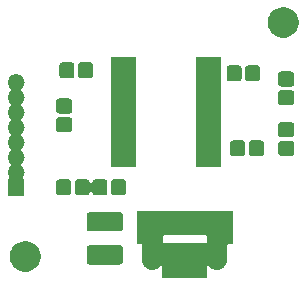
<source format=gbr>
G04 #@! TF.GenerationSoftware,KiCad,Pcbnew,(5.0.1)-3*
G04 #@! TF.CreationDate,2018-11-02T13:07:49-05:00*
G04 #@! TF.ProjectId,ProgrammerBoard,50726F6772616D6D6572426F6172642E,rev?*
G04 #@! TF.SameCoordinates,Original*
G04 #@! TF.FileFunction,Soldermask,Top*
G04 #@! TF.FilePolarity,Negative*
%FSLAX46Y46*%
G04 Gerber Fmt 4.6, Leading zero omitted, Abs format (unit mm)*
G04 Created by KiCad (PCBNEW (5.0.1)-3) date 11/2/2018 1:07:49 PM*
%MOMM*%
%LPD*%
G01*
G04 APERTURE LIST*
%ADD10C,0.100000*%
G04 APERTURE END LIST*
D10*
G36*
X75124727Y-53539398D02*
X75136979Y-53540000D01*
X76774000Y-53540000D01*
X76774000Y-55135000D01*
X76776402Y-55159386D01*
X76783515Y-55182835D01*
X76786500Y-55188420D01*
X76786500Y-56360000D01*
X76424000Y-56360000D01*
X76399614Y-56362402D01*
X76376165Y-56369515D01*
X76354554Y-56381066D01*
X76335612Y-56396612D01*
X76320066Y-56415554D01*
X76308515Y-56437165D01*
X76301402Y-56460614D01*
X76299000Y-56485000D01*
X76299000Y-57792403D01*
X76293872Y-57796612D01*
X76278326Y-57815554D01*
X76266775Y-57837165D01*
X76262642Y-57848715D01*
X76216305Y-58001469D01*
X76206517Y-58019780D01*
X76135056Y-58153476D01*
X76025712Y-58286712D01*
X75892476Y-58396056D01*
X75791137Y-58450222D01*
X75740469Y-58477305D01*
X75685489Y-58493983D01*
X75575530Y-58527339D01*
X75404000Y-58544233D01*
X75232471Y-58527339D01*
X75122512Y-58493983D01*
X75067532Y-58477305D01*
X75016864Y-58450222D01*
X74915525Y-58396056D01*
X74782289Y-58286712D01*
X74782288Y-58286710D01*
X74782286Y-58286709D01*
X74770626Y-58272501D01*
X74753299Y-58255174D01*
X74732925Y-58241560D01*
X74710286Y-58232183D01*
X74686252Y-58227402D01*
X74661748Y-58227402D01*
X74637715Y-58232182D01*
X74615076Y-58241560D01*
X74594701Y-58255174D01*
X74577374Y-58272501D01*
X74563760Y-58292875D01*
X74554383Y-58315514D01*
X74549602Y-58339548D01*
X74549000Y-58351800D01*
X74549000Y-59210000D01*
X70799000Y-59210000D01*
X70799000Y-58351801D01*
X70796598Y-58327415D01*
X70789485Y-58303966D01*
X70777934Y-58282355D01*
X70762388Y-58263413D01*
X70743446Y-58247867D01*
X70721835Y-58236316D01*
X70698386Y-58229203D01*
X70674000Y-58226801D01*
X70649614Y-58229203D01*
X70626165Y-58236316D01*
X70604554Y-58247867D01*
X70585612Y-58263413D01*
X70577382Y-58272492D01*
X70565712Y-58286712D01*
X70432476Y-58396056D01*
X70331137Y-58450222D01*
X70280469Y-58477305D01*
X70225489Y-58493983D01*
X70115530Y-58527339D01*
X69944000Y-58544233D01*
X69772471Y-58527339D01*
X69662512Y-58493983D01*
X69607532Y-58477305D01*
X69556864Y-58450222D01*
X69455525Y-58396056D01*
X69322289Y-58286712D01*
X69322288Y-58286710D01*
X69322286Y-58286709D01*
X69273121Y-58226801D01*
X69212944Y-58153476D01*
X69141483Y-58019780D01*
X69131695Y-58001469D01*
X69117342Y-57954153D01*
X69085355Y-57848709D01*
X69075980Y-57826075D01*
X69069000Y-57815629D01*
X69069000Y-56485000D01*
X69066598Y-56460614D01*
X69059485Y-56437165D01*
X69047934Y-56415554D01*
X69032388Y-56396612D01*
X69013446Y-56381066D01*
X68991835Y-56369515D01*
X68968386Y-56362402D01*
X68944000Y-56360000D01*
X68611500Y-56360000D01*
X68611500Y-55760000D01*
X70836500Y-55760000D01*
X70836500Y-56185000D01*
X70838902Y-56209386D01*
X70846015Y-56232835D01*
X70857566Y-56254446D01*
X70873112Y-56273388D01*
X70892054Y-56288934D01*
X70913665Y-56300485D01*
X70937114Y-56307598D01*
X70961500Y-56310000D01*
X74424000Y-56310000D01*
X74448386Y-56307598D01*
X74471835Y-56300485D01*
X74493446Y-56288934D01*
X74512388Y-56273388D01*
X74527934Y-56254446D01*
X74539485Y-56232835D01*
X74546598Y-56209386D01*
X74549000Y-56185000D01*
X74549000Y-55760000D01*
X74546598Y-55735614D01*
X74539485Y-55712165D01*
X74527934Y-55690554D01*
X74512388Y-55671612D01*
X74493446Y-55656066D01*
X74471835Y-55644515D01*
X74448386Y-55637402D01*
X74424000Y-55635000D01*
X70961500Y-55635000D01*
X70937114Y-55637402D01*
X70913665Y-55644515D01*
X70892054Y-55656066D01*
X70873112Y-55671612D01*
X70857566Y-55690554D01*
X70846015Y-55712165D01*
X70838902Y-55735614D01*
X70836500Y-55760000D01*
X68611500Y-55760000D01*
X68611500Y-55188420D01*
X68614485Y-55182835D01*
X68621598Y-55159386D01*
X68624000Y-55135000D01*
X68624000Y-53560000D01*
X70058277Y-53560000D01*
X70082663Y-53557598D01*
X70094563Y-53554617D01*
X70106973Y-53550852D01*
X70254000Y-53536372D01*
X70401026Y-53550852D01*
X70413436Y-53554617D01*
X70437469Y-53559398D01*
X70449722Y-53560000D01*
X71074761Y-53560000D01*
X71079554Y-53563934D01*
X71101165Y-53575485D01*
X71124614Y-53582598D01*
X71149000Y-53585000D01*
X74249000Y-53585000D01*
X74273386Y-53582598D01*
X74296835Y-53575485D01*
X74318446Y-53563934D01*
X74337388Y-53548388D01*
X74344272Y-53540000D01*
X75051021Y-53540000D01*
X75063273Y-53539398D01*
X75094000Y-53536372D01*
X75124727Y-53539398D01*
X75124727Y-53539398D01*
G37*
G36*
X59561196Y-56153958D02*
X59797780Y-56251954D01*
X60010705Y-56394226D01*
X60191774Y-56575295D01*
X60334046Y-56788220D01*
X60432042Y-57024804D01*
X60482000Y-57275960D01*
X60482000Y-57532040D01*
X60432042Y-57783196D01*
X60334046Y-58019780D01*
X60191774Y-58232705D01*
X60010705Y-58413774D01*
X59797780Y-58556046D01*
X59561196Y-58654042D01*
X59310040Y-58704000D01*
X59053960Y-58704000D01*
X58802804Y-58654042D01*
X58566220Y-58556046D01*
X58353295Y-58413774D01*
X58172226Y-58232705D01*
X58029954Y-58019780D01*
X57931958Y-57783196D01*
X57882000Y-57532040D01*
X57882000Y-57275960D01*
X57931958Y-57024804D01*
X58029954Y-56788220D01*
X58172226Y-56575295D01*
X58353295Y-56394226D01*
X58566220Y-56251954D01*
X58802804Y-56153958D01*
X59053960Y-56104000D01*
X59310040Y-56104000D01*
X59561196Y-56153958D01*
X59561196Y-56153958D01*
G37*
G36*
X67232628Y-56460493D02*
X67280354Y-56474970D01*
X67324336Y-56498479D01*
X67362885Y-56530115D01*
X67394521Y-56568664D01*
X67418030Y-56612646D01*
X67432507Y-56660372D01*
X67438000Y-56716141D01*
X67438000Y-57843859D01*
X67432507Y-57899628D01*
X67418030Y-57947354D01*
X67394521Y-57991336D01*
X67362885Y-58029885D01*
X67324336Y-58061521D01*
X67280354Y-58085030D01*
X67232628Y-58099507D01*
X67176859Y-58105000D01*
X64649141Y-58105000D01*
X64593372Y-58099507D01*
X64545646Y-58085030D01*
X64501664Y-58061521D01*
X64463115Y-58029885D01*
X64431479Y-57991336D01*
X64407970Y-57947354D01*
X64393493Y-57899628D01*
X64388000Y-57843859D01*
X64388000Y-56716141D01*
X64393493Y-56660372D01*
X64407970Y-56612646D01*
X64431479Y-56568664D01*
X64463115Y-56530115D01*
X64501664Y-56498479D01*
X64545646Y-56474970D01*
X64593372Y-56460493D01*
X64649141Y-56455000D01*
X67176859Y-56455000D01*
X67232628Y-56460493D01*
X67232628Y-56460493D01*
G37*
G36*
X67232628Y-53660493D02*
X67280354Y-53674970D01*
X67324336Y-53698479D01*
X67362885Y-53730115D01*
X67394521Y-53768664D01*
X67418030Y-53812646D01*
X67432507Y-53860372D01*
X67438000Y-53916141D01*
X67438000Y-55043859D01*
X67432507Y-55099628D01*
X67418030Y-55147354D01*
X67394521Y-55191336D01*
X67362885Y-55229885D01*
X67324336Y-55261521D01*
X67280354Y-55285030D01*
X67232628Y-55299507D01*
X67176859Y-55305000D01*
X64649141Y-55305000D01*
X64593372Y-55299507D01*
X64545646Y-55285030D01*
X64501664Y-55261521D01*
X64463115Y-55229885D01*
X64431479Y-55191336D01*
X64407970Y-55147354D01*
X64393493Y-55099628D01*
X64388000Y-55043859D01*
X64388000Y-53916141D01*
X64393493Y-53860372D01*
X64407970Y-53812646D01*
X64431479Y-53768664D01*
X64463115Y-53730115D01*
X64501664Y-53698479D01*
X64545646Y-53674970D01*
X64593372Y-53660493D01*
X64649141Y-53655000D01*
X67176859Y-53655000D01*
X67232628Y-53660493D01*
X67232628Y-53660493D01*
G37*
G36*
X58557224Y-41982128D02*
X58689175Y-42022155D01*
X58810781Y-42087155D01*
X58917370Y-42174630D01*
X59004845Y-42281219D01*
X59069845Y-42402825D01*
X59109872Y-42534776D01*
X59123387Y-42672000D01*
X59109872Y-42809224D01*
X59069845Y-42941175D01*
X59004845Y-43062781D01*
X58917370Y-43169370D01*
X58867399Y-43210380D01*
X58850078Y-43227701D01*
X58836464Y-43248076D01*
X58827086Y-43270715D01*
X58822306Y-43294748D01*
X58822306Y-43319252D01*
X58827087Y-43343286D01*
X58836464Y-43365925D01*
X58850078Y-43386299D01*
X58867399Y-43403620D01*
X58917370Y-43444630D01*
X59004845Y-43551219D01*
X59069845Y-43672825D01*
X59109872Y-43804776D01*
X59123387Y-43942000D01*
X59109872Y-44079224D01*
X59069845Y-44211175D01*
X59004845Y-44332781D01*
X58917370Y-44439370D01*
X58867399Y-44480380D01*
X58850078Y-44497701D01*
X58836464Y-44518076D01*
X58827086Y-44540715D01*
X58822306Y-44564748D01*
X58822306Y-44589252D01*
X58827087Y-44613286D01*
X58836464Y-44635925D01*
X58850078Y-44656299D01*
X58867399Y-44673620D01*
X58917370Y-44714630D01*
X59004845Y-44821219D01*
X59069845Y-44942825D01*
X59109872Y-45074776D01*
X59123387Y-45212000D01*
X59109872Y-45349224D01*
X59069845Y-45481175D01*
X59004845Y-45602781D01*
X58917370Y-45709370D01*
X58867399Y-45750380D01*
X58850078Y-45767701D01*
X58836464Y-45788076D01*
X58827086Y-45810715D01*
X58822306Y-45834748D01*
X58822306Y-45859252D01*
X58827087Y-45883286D01*
X58836464Y-45905925D01*
X58850078Y-45926299D01*
X58867399Y-45943620D01*
X58917370Y-45984630D01*
X59004845Y-46091219D01*
X59069845Y-46212825D01*
X59109872Y-46344776D01*
X59123387Y-46482000D01*
X59109872Y-46619224D01*
X59069845Y-46751175D01*
X59004845Y-46872781D01*
X58917370Y-46979370D01*
X58867399Y-47020380D01*
X58850078Y-47037701D01*
X58836464Y-47058076D01*
X58827086Y-47080715D01*
X58822306Y-47104748D01*
X58822306Y-47129252D01*
X58827087Y-47153286D01*
X58836464Y-47175925D01*
X58850078Y-47196299D01*
X58867399Y-47213620D01*
X58917370Y-47254630D01*
X59004845Y-47361219D01*
X59069845Y-47482825D01*
X59109872Y-47614776D01*
X59123387Y-47752000D01*
X59109872Y-47889224D01*
X59069845Y-48021175D01*
X59004845Y-48142781D01*
X58917370Y-48249370D01*
X58867399Y-48290380D01*
X58850078Y-48307701D01*
X58836464Y-48328076D01*
X58827086Y-48350715D01*
X58822306Y-48374748D01*
X58822306Y-48399252D01*
X58827087Y-48423286D01*
X58836464Y-48445925D01*
X58850078Y-48466299D01*
X58867399Y-48483620D01*
X58917370Y-48524630D01*
X59004845Y-48631219D01*
X59069845Y-48752825D01*
X59109872Y-48884776D01*
X59123387Y-49022000D01*
X59109872Y-49159224D01*
X59069845Y-49291175D01*
X59004845Y-49412781D01*
X58917370Y-49519370D01*
X58867399Y-49560380D01*
X58850078Y-49577701D01*
X58836464Y-49598076D01*
X58827086Y-49620715D01*
X58822306Y-49644748D01*
X58822306Y-49669252D01*
X58827087Y-49693286D01*
X58836464Y-49715925D01*
X58850078Y-49736299D01*
X58867399Y-49753620D01*
X58917370Y-49794630D01*
X59004845Y-49901219D01*
X59069845Y-50022825D01*
X59109872Y-50154776D01*
X59123387Y-50292000D01*
X59109872Y-50429224D01*
X59069845Y-50561175D01*
X59069843Y-50561178D01*
X59007360Y-50678076D01*
X58997982Y-50700715D01*
X58993202Y-50724748D01*
X58993202Y-50749253D01*
X58997983Y-50773286D01*
X59007360Y-50795925D01*
X59020974Y-50816300D01*
X59038301Y-50833627D01*
X59058676Y-50847240D01*
X59081315Y-50856618D01*
X59117600Y-50862000D01*
X59120000Y-50862000D01*
X59120000Y-52262000D01*
X57720000Y-52262000D01*
X57720000Y-50862000D01*
X57722400Y-50862000D01*
X57746786Y-50859598D01*
X57770235Y-50852485D01*
X57791846Y-50840934D01*
X57810788Y-50825388D01*
X57826334Y-50806446D01*
X57837885Y-50784835D01*
X57844998Y-50761386D01*
X57847400Y-50737000D01*
X57844998Y-50712614D01*
X57832640Y-50678076D01*
X57770157Y-50561178D01*
X57770155Y-50561175D01*
X57730128Y-50429224D01*
X57716613Y-50292000D01*
X57730128Y-50154776D01*
X57770155Y-50022825D01*
X57835155Y-49901219D01*
X57922630Y-49794630D01*
X57972601Y-49753620D01*
X57989922Y-49736299D01*
X58003536Y-49715924D01*
X58012914Y-49693285D01*
X58017694Y-49669252D01*
X58017694Y-49644748D01*
X58012913Y-49620714D01*
X58003536Y-49598075D01*
X57989922Y-49577701D01*
X57972601Y-49560380D01*
X57922630Y-49519370D01*
X57835155Y-49412781D01*
X57770155Y-49291175D01*
X57730128Y-49159224D01*
X57716613Y-49022000D01*
X57730128Y-48884776D01*
X57770155Y-48752825D01*
X57835155Y-48631219D01*
X57922630Y-48524630D01*
X57972601Y-48483620D01*
X57989922Y-48466299D01*
X58003536Y-48445924D01*
X58012914Y-48423285D01*
X58017694Y-48399252D01*
X58017694Y-48374748D01*
X58012913Y-48350714D01*
X58003536Y-48328075D01*
X57989922Y-48307701D01*
X57972601Y-48290380D01*
X57922630Y-48249370D01*
X57835155Y-48142781D01*
X57770155Y-48021175D01*
X57730128Y-47889224D01*
X57716613Y-47752000D01*
X57730128Y-47614776D01*
X57770155Y-47482825D01*
X57835155Y-47361219D01*
X57922630Y-47254630D01*
X57972601Y-47213620D01*
X57989922Y-47196299D01*
X58003536Y-47175924D01*
X58012914Y-47153285D01*
X58017694Y-47129252D01*
X58017694Y-47104748D01*
X58012913Y-47080714D01*
X58003536Y-47058075D01*
X57989922Y-47037701D01*
X57972601Y-47020380D01*
X57922630Y-46979370D01*
X57835155Y-46872781D01*
X57770155Y-46751175D01*
X57730128Y-46619224D01*
X57716613Y-46482000D01*
X57730128Y-46344776D01*
X57770155Y-46212825D01*
X57835155Y-46091219D01*
X57922630Y-45984630D01*
X57972601Y-45943620D01*
X57989922Y-45926299D01*
X58003536Y-45905924D01*
X58012914Y-45883285D01*
X58017694Y-45859252D01*
X58017694Y-45834748D01*
X58012913Y-45810714D01*
X58003536Y-45788075D01*
X57989922Y-45767701D01*
X57972601Y-45750380D01*
X57922630Y-45709370D01*
X57835155Y-45602781D01*
X57770155Y-45481175D01*
X57730128Y-45349224D01*
X57716613Y-45212000D01*
X57730128Y-45074776D01*
X57770155Y-44942825D01*
X57835155Y-44821219D01*
X57922630Y-44714630D01*
X57972601Y-44673620D01*
X57989922Y-44656299D01*
X58003536Y-44635924D01*
X58012914Y-44613285D01*
X58017694Y-44589252D01*
X58017694Y-44564748D01*
X58012913Y-44540714D01*
X58003536Y-44518075D01*
X57989922Y-44497701D01*
X57972601Y-44480380D01*
X57922630Y-44439370D01*
X57835155Y-44332781D01*
X57770155Y-44211175D01*
X57730128Y-44079224D01*
X57716613Y-43942000D01*
X57730128Y-43804776D01*
X57770155Y-43672825D01*
X57835155Y-43551219D01*
X57922630Y-43444630D01*
X57972601Y-43403620D01*
X57989922Y-43386299D01*
X58003536Y-43365924D01*
X58012914Y-43343285D01*
X58017694Y-43319252D01*
X58017694Y-43294748D01*
X58012913Y-43270714D01*
X58003536Y-43248075D01*
X57989922Y-43227701D01*
X57972601Y-43210380D01*
X57922630Y-43169370D01*
X57835155Y-43062781D01*
X57770155Y-42941175D01*
X57730128Y-42809224D01*
X57716613Y-42672000D01*
X57730128Y-42534776D01*
X57770155Y-42402825D01*
X57835155Y-42281219D01*
X57922630Y-42174630D01*
X58029219Y-42087155D01*
X58150825Y-42022155D01*
X58282776Y-41982128D01*
X58385610Y-41972000D01*
X58454390Y-41972000D01*
X58557224Y-41982128D01*
X58557224Y-41982128D01*
G37*
G36*
X64439122Y-50892517D02*
X64487085Y-50907066D01*
X64531275Y-50930686D01*
X64570018Y-50962482D01*
X64601814Y-51001225D01*
X64625434Y-51045415D01*
X64637632Y-51085628D01*
X64647010Y-51108267D01*
X64660623Y-51128642D01*
X64677950Y-51145969D01*
X64698325Y-51159583D01*
X64720964Y-51168960D01*
X64744997Y-51173741D01*
X64769501Y-51173741D01*
X64793535Y-51168961D01*
X64816174Y-51159583D01*
X64836549Y-51145970D01*
X64853876Y-51128643D01*
X64867490Y-51108268D01*
X64876868Y-51085628D01*
X64889066Y-51045415D01*
X64912686Y-51001225D01*
X64944482Y-50962482D01*
X64983225Y-50930686D01*
X65027415Y-50907066D01*
X65075378Y-50892517D01*
X65131391Y-50887000D01*
X65881609Y-50887000D01*
X65937622Y-50892517D01*
X65985585Y-50907066D01*
X66029775Y-50930686D01*
X66068518Y-50962482D01*
X66100314Y-51001225D01*
X66123934Y-51045415D01*
X66138483Y-51093378D01*
X66144000Y-51149391D01*
X66144000Y-51974609D01*
X66138483Y-52030622D01*
X66123934Y-52078585D01*
X66100314Y-52122775D01*
X66068518Y-52161518D01*
X66029775Y-52193314D01*
X65985585Y-52216934D01*
X65937622Y-52231483D01*
X65881609Y-52237000D01*
X65131391Y-52237000D01*
X65075378Y-52231483D01*
X65027415Y-52216934D01*
X64983225Y-52193314D01*
X64944482Y-52161518D01*
X64912686Y-52122775D01*
X64889066Y-52078585D01*
X64876868Y-52038372D01*
X64867490Y-52015733D01*
X64853877Y-51995358D01*
X64836550Y-51978031D01*
X64816175Y-51964417D01*
X64793536Y-51955040D01*
X64769503Y-51950259D01*
X64744999Y-51950259D01*
X64720965Y-51955039D01*
X64698326Y-51964417D01*
X64677951Y-51978030D01*
X64660624Y-51995357D01*
X64647010Y-52015732D01*
X64637632Y-52038372D01*
X64625434Y-52078585D01*
X64601814Y-52122775D01*
X64570018Y-52161518D01*
X64531275Y-52193314D01*
X64487085Y-52216934D01*
X64439122Y-52231483D01*
X64383109Y-52237000D01*
X63632891Y-52237000D01*
X63576878Y-52231483D01*
X63528915Y-52216934D01*
X63484725Y-52193314D01*
X63445982Y-52161518D01*
X63414186Y-52122775D01*
X63390566Y-52078585D01*
X63376017Y-52030622D01*
X63370500Y-51974609D01*
X63370500Y-51149391D01*
X63376017Y-51093378D01*
X63390566Y-51045415D01*
X63414186Y-51001225D01*
X63445982Y-50962482D01*
X63484725Y-50930686D01*
X63528915Y-50907066D01*
X63576878Y-50892517D01*
X63632891Y-50887000D01*
X64383109Y-50887000D01*
X64439122Y-50892517D01*
X64439122Y-50892517D01*
G37*
G36*
X67512622Y-50892517D02*
X67560585Y-50907066D01*
X67604775Y-50930686D01*
X67643518Y-50962482D01*
X67675314Y-51001225D01*
X67698934Y-51045415D01*
X67713483Y-51093378D01*
X67719000Y-51149391D01*
X67719000Y-51974609D01*
X67713483Y-52030622D01*
X67698934Y-52078585D01*
X67675314Y-52122775D01*
X67643518Y-52161518D01*
X67604775Y-52193314D01*
X67560585Y-52216934D01*
X67512622Y-52231483D01*
X67456609Y-52237000D01*
X66706391Y-52237000D01*
X66650378Y-52231483D01*
X66602415Y-52216934D01*
X66558225Y-52193314D01*
X66519482Y-52161518D01*
X66487686Y-52122775D01*
X66464066Y-52078585D01*
X66449517Y-52030622D01*
X66444000Y-51974609D01*
X66444000Y-51149391D01*
X66449517Y-51093378D01*
X66464066Y-51045415D01*
X66487686Y-51001225D01*
X66519482Y-50962482D01*
X66558225Y-50930686D01*
X66602415Y-50907066D01*
X66650378Y-50892517D01*
X66706391Y-50887000D01*
X67456609Y-50887000D01*
X67512622Y-50892517D01*
X67512622Y-50892517D01*
G37*
G36*
X62864122Y-50892517D02*
X62912085Y-50907066D01*
X62956275Y-50930686D01*
X62995018Y-50962482D01*
X63026814Y-51001225D01*
X63050434Y-51045415D01*
X63064983Y-51093378D01*
X63070500Y-51149391D01*
X63070500Y-51974609D01*
X63064983Y-52030622D01*
X63050434Y-52078585D01*
X63026814Y-52122775D01*
X62995018Y-52161518D01*
X62956275Y-52193314D01*
X62912085Y-52216934D01*
X62864122Y-52231483D01*
X62808109Y-52237000D01*
X62057891Y-52237000D01*
X62001878Y-52231483D01*
X61953915Y-52216934D01*
X61909725Y-52193314D01*
X61870982Y-52161518D01*
X61839186Y-52122775D01*
X61815566Y-52078585D01*
X61801017Y-52030622D01*
X61795500Y-51974609D01*
X61795500Y-51149391D01*
X61801017Y-51093378D01*
X61815566Y-51045415D01*
X61839186Y-51001225D01*
X61870982Y-50962482D01*
X61909725Y-50930686D01*
X61953915Y-50907066D01*
X62001878Y-50892517D01*
X62057891Y-50887000D01*
X62808109Y-50887000D01*
X62864122Y-50892517D01*
X62864122Y-50892517D01*
G37*
G36*
X68595000Y-49862000D02*
X66445000Y-49862000D01*
X66445000Y-40562000D01*
X68595000Y-40562000D01*
X68595000Y-49862000D01*
X68595000Y-49862000D01*
G37*
G36*
X75795000Y-49862000D02*
X73645000Y-49862000D01*
X73645000Y-40562000D01*
X75795000Y-40562000D01*
X75795000Y-49862000D01*
X75795000Y-49862000D01*
G37*
G36*
X79173622Y-47590517D02*
X79221585Y-47605066D01*
X79265775Y-47628686D01*
X79304518Y-47660482D01*
X79336314Y-47699225D01*
X79359934Y-47743415D01*
X79374483Y-47791378D01*
X79380000Y-47847391D01*
X79380000Y-48672609D01*
X79374483Y-48728622D01*
X79359934Y-48776585D01*
X79336314Y-48820775D01*
X79304518Y-48859518D01*
X79265775Y-48891314D01*
X79221585Y-48914934D01*
X79173622Y-48929483D01*
X79117609Y-48935000D01*
X78367391Y-48935000D01*
X78311378Y-48929483D01*
X78263415Y-48914934D01*
X78219225Y-48891314D01*
X78180482Y-48859518D01*
X78148686Y-48820775D01*
X78125066Y-48776585D01*
X78110517Y-48728622D01*
X78105000Y-48672609D01*
X78105000Y-47847391D01*
X78110517Y-47791378D01*
X78125066Y-47743415D01*
X78148686Y-47699225D01*
X78180482Y-47660482D01*
X78219225Y-47628686D01*
X78263415Y-47605066D01*
X78311378Y-47590517D01*
X78367391Y-47585000D01*
X79117609Y-47585000D01*
X79173622Y-47590517D01*
X79173622Y-47590517D01*
G37*
G36*
X77598622Y-47590517D02*
X77646585Y-47605066D01*
X77690775Y-47628686D01*
X77729518Y-47660482D01*
X77761314Y-47699225D01*
X77784934Y-47743415D01*
X77799483Y-47791378D01*
X77805000Y-47847391D01*
X77805000Y-48672609D01*
X77799483Y-48728622D01*
X77784934Y-48776585D01*
X77761314Y-48820775D01*
X77729518Y-48859518D01*
X77690775Y-48891314D01*
X77646585Y-48914934D01*
X77598622Y-48929483D01*
X77542609Y-48935000D01*
X76792391Y-48935000D01*
X76736378Y-48929483D01*
X76688415Y-48914934D01*
X76644225Y-48891314D01*
X76605482Y-48859518D01*
X76573686Y-48820775D01*
X76550066Y-48776585D01*
X76535517Y-48728622D01*
X76530000Y-48672609D01*
X76530000Y-47847391D01*
X76535517Y-47791378D01*
X76550066Y-47743415D01*
X76573686Y-47699225D01*
X76605482Y-47660482D01*
X76644225Y-47628686D01*
X76688415Y-47605066D01*
X76736378Y-47590517D01*
X76792391Y-47585000D01*
X77542609Y-47585000D01*
X77598622Y-47590517D01*
X77598622Y-47590517D01*
G37*
G36*
X81748622Y-47628017D02*
X81796585Y-47642566D01*
X81840775Y-47666186D01*
X81879518Y-47697982D01*
X81911314Y-47736725D01*
X81934934Y-47780915D01*
X81949483Y-47828878D01*
X81955000Y-47884891D01*
X81955000Y-48635109D01*
X81949483Y-48691122D01*
X81934934Y-48739085D01*
X81911314Y-48783275D01*
X81879518Y-48822018D01*
X81840775Y-48853814D01*
X81796585Y-48877434D01*
X81748622Y-48891983D01*
X81692609Y-48897500D01*
X80867391Y-48897500D01*
X80811378Y-48891983D01*
X80763415Y-48877434D01*
X80719225Y-48853814D01*
X80680482Y-48822018D01*
X80648686Y-48783275D01*
X80625066Y-48739085D01*
X80610517Y-48691122D01*
X80605000Y-48635109D01*
X80605000Y-47884891D01*
X80610517Y-47828878D01*
X80625066Y-47780915D01*
X80648686Y-47736725D01*
X80680482Y-47697982D01*
X80719225Y-47666186D01*
X80763415Y-47642566D01*
X80811378Y-47628017D01*
X80867391Y-47622500D01*
X81692609Y-47622500D01*
X81748622Y-47628017D01*
X81748622Y-47628017D01*
G37*
G36*
X81748622Y-46053017D02*
X81796585Y-46067566D01*
X81840775Y-46091186D01*
X81879518Y-46122982D01*
X81911314Y-46161725D01*
X81934934Y-46205915D01*
X81949483Y-46253878D01*
X81955000Y-46309891D01*
X81955000Y-47060109D01*
X81949483Y-47116122D01*
X81934934Y-47164085D01*
X81911314Y-47208275D01*
X81879518Y-47247018D01*
X81840775Y-47278814D01*
X81796585Y-47302434D01*
X81748622Y-47316983D01*
X81692609Y-47322500D01*
X80867391Y-47322500D01*
X80811378Y-47316983D01*
X80763415Y-47302434D01*
X80719225Y-47278814D01*
X80680482Y-47247018D01*
X80648686Y-47208275D01*
X80625066Y-47164085D01*
X80610517Y-47116122D01*
X80605000Y-47060109D01*
X80605000Y-46309891D01*
X80610517Y-46253878D01*
X80625066Y-46205915D01*
X80648686Y-46161725D01*
X80680482Y-46122982D01*
X80719225Y-46091186D01*
X80763415Y-46067566D01*
X80811378Y-46053017D01*
X80867391Y-46047500D01*
X81692609Y-46047500D01*
X81748622Y-46053017D01*
X81748622Y-46053017D01*
G37*
G36*
X62952622Y-45621517D02*
X63000585Y-45636066D01*
X63044775Y-45659686D01*
X63083518Y-45691482D01*
X63115314Y-45730225D01*
X63138934Y-45774415D01*
X63153483Y-45822378D01*
X63159000Y-45878391D01*
X63159000Y-46628609D01*
X63153483Y-46684622D01*
X63138934Y-46732585D01*
X63115314Y-46776775D01*
X63083518Y-46815518D01*
X63044775Y-46847314D01*
X63000585Y-46870934D01*
X62952622Y-46885483D01*
X62896609Y-46891000D01*
X62071391Y-46891000D01*
X62015378Y-46885483D01*
X61967415Y-46870934D01*
X61923225Y-46847314D01*
X61884482Y-46815518D01*
X61852686Y-46776775D01*
X61829066Y-46732585D01*
X61814517Y-46684622D01*
X61809000Y-46628609D01*
X61809000Y-45878391D01*
X61814517Y-45822378D01*
X61829066Y-45774415D01*
X61852686Y-45730225D01*
X61884482Y-45691482D01*
X61923225Y-45659686D01*
X61967415Y-45636066D01*
X62015378Y-45621517D01*
X62071391Y-45616000D01*
X62896609Y-45616000D01*
X62952622Y-45621517D01*
X62952622Y-45621517D01*
G37*
G36*
X62952622Y-44046517D02*
X63000585Y-44061066D01*
X63044775Y-44084686D01*
X63083518Y-44116482D01*
X63115314Y-44155225D01*
X63138934Y-44199415D01*
X63153483Y-44247378D01*
X63159000Y-44303391D01*
X63159000Y-45053609D01*
X63153483Y-45109622D01*
X63138934Y-45157585D01*
X63115314Y-45201775D01*
X63083518Y-45240518D01*
X63044775Y-45272314D01*
X63000585Y-45295934D01*
X62952622Y-45310483D01*
X62896609Y-45316000D01*
X62071391Y-45316000D01*
X62015378Y-45310483D01*
X61967415Y-45295934D01*
X61923225Y-45272314D01*
X61884482Y-45240518D01*
X61852686Y-45201775D01*
X61829066Y-45157585D01*
X61814517Y-45109622D01*
X61809000Y-45053609D01*
X61809000Y-44303391D01*
X61814517Y-44247378D01*
X61829066Y-44199415D01*
X61852686Y-44155225D01*
X61884482Y-44116482D01*
X61923225Y-44084686D01*
X61967415Y-44061066D01*
X62015378Y-44046517D01*
X62071391Y-44041000D01*
X62896609Y-44041000D01*
X62952622Y-44046517D01*
X62952622Y-44046517D01*
G37*
G36*
X81748622Y-43335517D02*
X81796585Y-43350066D01*
X81840775Y-43373686D01*
X81879518Y-43405482D01*
X81911314Y-43444225D01*
X81934934Y-43488415D01*
X81949483Y-43536378D01*
X81955000Y-43592391D01*
X81955000Y-44342609D01*
X81949483Y-44398622D01*
X81934934Y-44446585D01*
X81911314Y-44490775D01*
X81879518Y-44529518D01*
X81840775Y-44561314D01*
X81796585Y-44584934D01*
X81748622Y-44599483D01*
X81692609Y-44605000D01*
X80867391Y-44605000D01*
X80811378Y-44599483D01*
X80763415Y-44584934D01*
X80719225Y-44561314D01*
X80680482Y-44529518D01*
X80648686Y-44490775D01*
X80625066Y-44446585D01*
X80610517Y-44398622D01*
X80605000Y-44342609D01*
X80605000Y-43592391D01*
X80610517Y-43536378D01*
X80625066Y-43488415D01*
X80648686Y-43444225D01*
X80680482Y-43405482D01*
X80719225Y-43373686D01*
X80763415Y-43350066D01*
X80811378Y-43335517D01*
X80867391Y-43330000D01*
X81692609Y-43330000D01*
X81748622Y-43335517D01*
X81748622Y-43335517D01*
G37*
G36*
X81748622Y-41760517D02*
X81796585Y-41775066D01*
X81840775Y-41798686D01*
X81879518Y-41830482D01*
X81911314Y-41869225D01*
X81934934Y-41913415D01*
X81949483Y-41961378D01*
X81955000Y-42017391D01*
X81955000Y-42767609D01*
X81949483Y-42823622D01*
X81934934Y-42871585D01*
X81911314Y-42915775D01*
X81879518Y-42954518D01*
X81840775Y-42986314D01*
X81796585Y-43009934D01*
X81748622Y-43024483D01*
X81692609Y-43030000D01*
X80867391Y-43030000D01*
X80811378Y-43024483D01*
X80763415Y-43009934D01*
X80719225Y-42986314D01*
X80680482Y-42954518D01*
X80648686Y-42915775D01*
X80625066Y-42871585D01*
X80610517Y-42823622D01*
X80605000Y-42767609D01*
X80605000Y-42017391D01*
X80610517Y-41961378D01*
X80625066Y-41913415D01*
X80648686Y-41869225D01*
X80680482Y-41830482D01*
X80719225Y-41798686D01*
X80763415Y-41775066D01*
X80811378Y-41760517D01*
X80867391Y-41755000D01*
X81692609Y-41755000D01*
X81748622Y-41760517D01*
X81748622Y-41760517D01*
G37*
G36*
X77298622Y-41240517D02*
X77346585Y-41255066D01*
X77390775Y-41278686D01*
X77429518Y-41310482D01*
X77461314Y-41349225D01*
X77484934Y-41393415D01*
X77499483Y-41441378D01*
X77505000Y-41497391D01*
X77505000Y-42322609D01*
X77499483Y-42378622D01*
X77484934Y-42426585D01*
X77461314Y-42470775D01*
X77429518Y-42509518D01*
X77390775Y-42541314D01*
X77346585Y-42564934D01*
X77298622Y-42579483D01*
X77242609Y-42585000D01*
X76492391Y-42585000D01*
X76436378Y-42579483D01*
X76388415Y-42564934D01*
X76344225Y-42541314D01*
X76305482Y-42509518D01*
X76273686Y-42470775D01*
X76250066Y-42426585D01*
X76235517Y-42378622D01*
X76230000Y-42322609D01*
X76230000Y-41497391D01*
X76235517Y-41441378D01*
X76250066Y-41393415D01*
X76273686Y-41349225D01*
X76305482Y-41310482D01*
X76344225Y-41278686D01*
X76388415Y-41255066D01*
X76436378Y-41240517D01*
X76492391Y-41235000D01*
X77242609Y-41235000D01*
X77298622Y-41240517D01*
X77298622Y-41240517D01*
G37*
G36*
X78873622Y-41240517D02*
X78921585Y-41255066D01*
X78965775Y-41278686D01*
X79004518Y-41310482D01*
X79036314Y-41349225D01*
X79059934Y-41393415D01*
X79074483Y-41441378D01*
X79080000Y-41497391D01*
X79080000Y-42322609D01*
X79074483Y-42378622D01*
X79059934Y-42426585D01*
X79036314Y-42470775D01*
X79004518Y-42509518D01*
X78965775Y-42541314D01*
X78921585Y-42564934D01*
X78873622Y-42579483D01*
X78817609Y-42585000D01*
X78067391Y-42585000D01*
X78011378Y-42579483D01*
X77963415Y-42564934D01*
X77919225Y-42541314D01*
X77880482Y-42509518D01*
X77848686Y-42470775D01*
X77825066Y-42426585D01*
X77810517Y-42378622D01*
X77805000Y-42322609D01*
X77805000Y-41497391D01*
X77810517Y-41441378D01*
X77825066Y-41393415D01*
X77848686Y-41349225D01*
X77880482Y-41310482D01*
X77919225Y-41278686D01*
X77963415Y-41255066D01*
X78011378Y-41240517D01*
X78067391Y-41235000D01*
X78817609Y-41235000D01*
X78873622Y-41240517D01*
X78873622Y-41240517D01*
G37*
G36*
X64718622Y-40986517D02*
X64766585Y-41001066D01*
X64810775Y-41024686D01*
X64849518Y-41056482D01*
X64881314Y-41095225D01*
X64904934Y-41139415D01*
X64919483Y-41187378D01*
X64925000Y-41243391D01*
X64925000Y-42068609D01*
X64919483Y-42124622D01*
X64904934Y-42172585D01*
X64881314Y-42216775D01*
X64849518Y-42255518D01*
X64810775Y-42287314D01*
X64766585Y-42310934D01*
X64718622Y-42325483D01*
X64662609Y-42331000D01*
X63912391Y-42331000D01*
X63856378Y-42325483D01*
X63808415Y-42310934D01*
X63764225Y-42287314D01*
X63725482Y-42255518D01*
X63693686Y-42216775D01*
X63670066Y-42172585D01*
X63655517Y-42124622D01*
X63650000Y-42068609D01*
X63650000Y-41243391D01*
X63655517Y-41187378D01*
X63670066Y-41139415D01*
X63693686Y-41095225D01*
X63725482Y-41056482D01*
X63764225Y-41024686D01*
X63808415Y-41001066D01*
X63856378Y-40986517D01*
X63912391Y-40981000D01*
X64662609Y-40981000D01*
X64718622Y-40986517D01*
X64718622Y-40986517D01*
G37*
G36*
X63143622Y-40986517D02*
X63191585Y-41001066D01*
X63235775Y-41024686D01*
X63274518Y-41056482D01*
X63306314Y-41095225D01*
X63329934Y-41139415D01*
X63344483Y-41187378D01*
X63350000Y-41243391D01*
X63350000Y-42068609D01*
X63344483Y-42124622D01*
X63329934Y-42172585D01*
X63306314Y-42216775D01*
X63274518Y-42255518D01*
X63235775Y-42287314D01*
X63191585Y-42310934D01*
X63143622Y-42325483D01*
X63087609Y-42331000D01*
X62337391Y-42331000D01*
X62281378Y-42325483D01*
X62233415Y-42310934D01*
X62189225Y-42287314D01*
X62150482Y-42255518D01*
X62118686Y-42216775D01*
X62095066Y-42172585D01*
X62080517Y-42124622D01*
X62075000Y-42068609D01*
X62075000Y-41243391D01*
X62080517Y-41187378D01*
X62095066Y-41139415D01*
X62118686Y-41095225D01*
X62150482Y-41056482D01*
X62189225Y-41024686D01*
X62233415Y-41001066D01*
X62281378Y-40986517D01*
X62337391Y-40981000D01*
X63087609Y-40981000D01*
X63143622Y-40986517D01*
X63143622Y-40986517D01*
G37*
G36*
X81405196Y-36341958D02*
X81641780Y-36439954D01*
X81854705Y-36582226D01*
X82035774Y-36763295D01*
X82178046Y-36976220D01*
X82276042Y-37212804D01*
X82326000Y-37463960D01*
X82326000Y-37720040D01*
X82276042Y-37971196D01*
X82178046Y-38207780D01*
X82035774Y-38420705D01*
X81854705Y-38601774D01*
X81641780Y-38744046D01*
X81405196Y-38842042D01*
X81154040Y-38892000D01*
X80897960Y-38892000D01*
X80646804Y-38842042D01*
X80410220Y-38744046D01*
X80197295Y-38601774D01*
X80016226Y-38420705D01*
X79873954Y-38207780D01*
X79775958Y-37971196D01*
X79726000Y-37720040D01*
X79726000Y-37463960D01*
X79775958Y-37212804D01*
X79873954Y-36976220D01*
X80016226Y-36763295D01*
X80197295Y-36582226D01*
X80410220Y-36439954D01*
X80646804Y-36341958D01*
X80897960Y-36292000D01*
X81154040Y-36292000D01*
X81405196Y-36341958D01*
X81405196Y-36341958D01*
G37*
M02*

</source>
